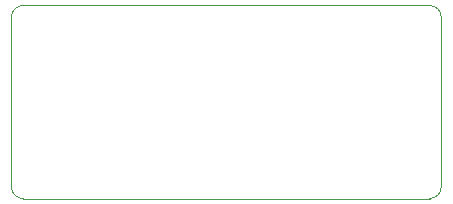
<source format=gm1>
%TF.GenerationSoftware,KiCad,Pcbnew,7.0.6*%
%TF.CreationDate,2023-07-13T14:43:26+02:00*%
%TF.ProjectId,LH_BreakLever_FreeJoy,4c485f42-7265-4616-9b4c-657665725f46,rev?*%
%TF.SameCoordinates,Original*%
%TF.FileFunction,Profile,NP*%
%FSLAX46Y46*%
G04 Gerber Fmt 4.6, Leading zero omitted, Abs format (unit mm)*
G04 Created by KiCad (PCBNEW 7.0.6) date 2023-07-13 14:43:26*
%MOMM*%
%LPD*%
G01*
G04 APERTURE LIST*
%TA.AperFunction,Profile*%
%ADD10C,0.100000*%
%TD*%
G04 APERTURE END LIST*
D10*
X70170000Y-37050000D02*
X35765000Y-37050000D01*
X71170000Y-21700000D02*
G75*
G03*
X70170000Y-20700000I-1000000J0D01*
G01*
X35765000Y-20700000D02*
X70170000Y-20700000D01*
X35765000Y-20700000D02*
G75*
G03*
X34765000Y-21700000I0J-1000000D01*
G01*
X34765000Y-36050000D02*
G75*
G03*
X35765000Y-37050000I1000000J0D01*
G01*
X71170000Y-21700000D02*
X71170000Y-36050000D01*
X70170000Y-37050000D02*
G75*
G03*
X71170000Y-36050000I0J1000000D01*
G01*
X34765000Y-21700000D02*
X34765000Y-36050000D01*
M02*

</source>
